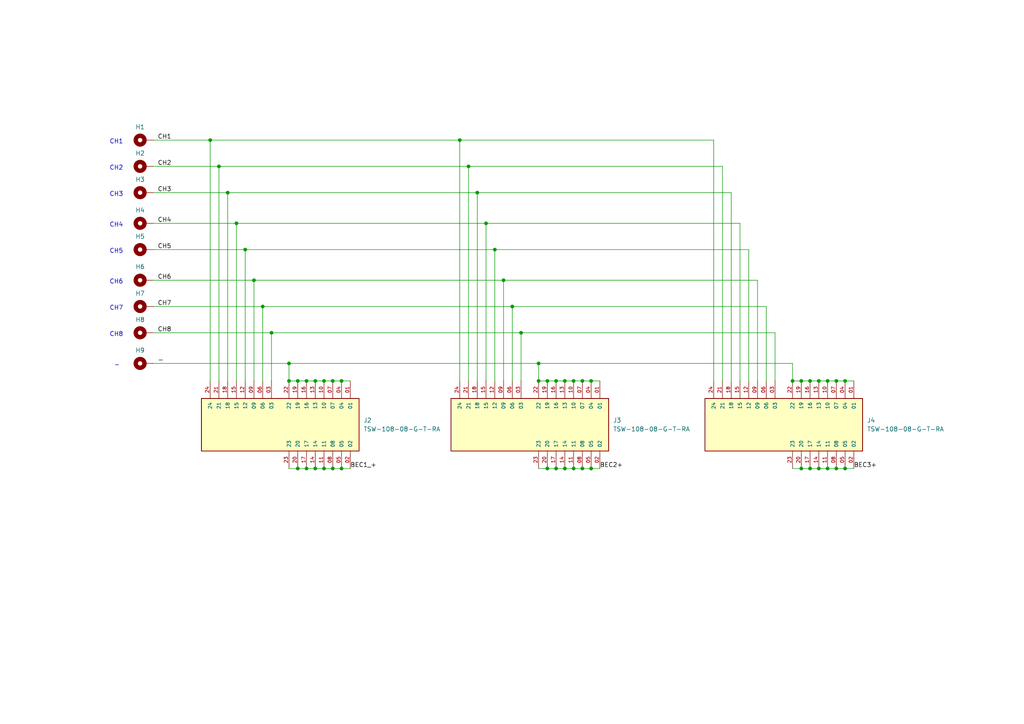
<source format=kicad_sch>
(kicad_sch (version 20230121) (generator eeschema)

  (uuid 621526e1-4128-406f-b4be-1cdf7288d2bd)

  (paper "A4")

  (lib_symbols
    (symbol "Mechanical:MountingHole_Pad" (pin_numbers hide) (pin_names (offset 1.016) hide) (in_bom yes) (on_board yes)
      (property "Reference" "H" (at 0 6.35 0)
        (effects (font (size 1.27 1.27)))
      )
      (property "Value" "MountingHole_Pad" (at 0 4.445 0)
        (effects (font (size 1.27 1.27)))
      )
      (property "Footprint" "" (at 0 0 0)
        (effects (font (size 1.27 1.27)) hide)
      )
      (property "Datasheet" "~" (at 0 0 0)
        (effects (font (size 1.27 1.27)) hide)
      )
      (property "ki_keywords" "mounting hole" (at 0 0 0)
        (effects (font (size 1.27 1.27)) hide)
      )
      (property "ki_description" "Mounting Hole with connection" (at 0 0 0)
        (effects (font (size 1.27 1.27)) hide)
      )
      (property "ki_fp_filters" "MountingHole*Pad*" (at 0 0 0)
        (effects (font (size 1.27 1.27)) hide)
      )
      (symbol "MountingHole_Pad_0_1"
        (circle (center 0 1.27) (radius 1.27)
          (stroke (width 1.27) (type default))
          (fill (type none))
        )
      )
      (symbol "MountingHole_Pad_1_1"
        (pin input line (at 0 -2.54 90) (length 2.54)
          (name "1" (effects (font (size 1.27 1.27))))
          (number "1" (effects (font (size 1.27 1.27))))
        )
      )
    )
    (symbol "TSW-108-08-G-T-RA:TSW-108-08-G-T-RA" (pin_names (offset 1.016)) (in_bom yes) (on_board yes)
      (property "Reference" "J" (at -8.12 22.86 0)
        (effects (font (size 1.27 1.27)) (justify left bottom))
      )
      (property "Value" "TSW-108-08-G-T-RA" (at -10.16 -25.4 0)
        (effects (font (size 1.27 1.27)) (justify left bottom))
      )
      (property "Footprint" "TSW-108-08-G-T-RA:SAMTEC_TSW-108-08-G-T-RA" (at 1.27 31.115 0)
        (effects (font (size 1.27 1.27)) (justify bottom) hide)
      )
      (property "Datasheet" "" (at 0 0 0)
        (effects (font (size 1.27 1.27)) hide)
      )
      (property "MF" "Samtec" (at 32.385 15.24 0)
        (effects (font (size 1.27 1.27)) (justify bottom) hide)
      )
      (property "Description" "\nConnector Header Through Hole, Right Angle 24 position 0.100 (2.54mm)\n" (at -2.54 44.45 0)
        (effects (font (size 1.27 1.27)) (justify bottom) hide)
      )
      (property "Package" "None" (at 33.02 10.795 0)
        (effects (font (size 1.27 1.27)) (justify bottom) hide)
      )
      (property "Price" "None" (at 29.21 -3.175 0)
        (effects (font (size 1.27 1.27)) (justify bottom) hide)
      )
      (property "Check_prices" "https://www.snapeda.com/parts/TSW-108-08-G-T-RA/Samtec/view-part/?ref=eda" (at -0.635 38.1 0)
        (effects (font (size 1.27 1.27)) (justify bottom) hide)
      )
      (property "STANDARD" "Manufacturer Recommendations" (at -1.905 28.575 0)
        (effects (font (size 1.27 1.27)) (justify bottom) hide)
      )
      (property "PARTREV" "R" (at 33.02 0 0)
        (effects (font (size 1.27 1.27)) (justify bottom) hide)
      )
      (property "SnapEDA_Link" "https://www.snapeda.com/parts/TSW-108-08-G-T-RA/Samtec/view-part/?ref=snap" (at -0.635 34.925 0)
        (effects (font (size 1.27 1.27)) (justify bottom) hide)
      )
      (property "MP" "TSW-108-08-G-T-RA" (at -1.905 26.035 0)
        (effects (font (size 1.27 1.27)) (justify bottom) hide)
      )
      (property "Purchase-URL" "https://www.snapeda.com/api/url_track_click_mouser/?unipart_id=822979&manufacturer=Samtec&part_name=TSW-108-08-G-T-RA&search_term=tsw-108-08-g-t-ra" (at 0.635 40.64 0)
        (effects (font (size 1.27 1.27)) (justify bottom) hide)
      )
      (property "Availability" "In Stock" (at 33.02 18.415 0)
        (effects (font (size 1.27 1.27)) (justify bottom) hide)
      )
      (property "MANUFACTURER" "Samtec" (at 0 -0.635 0)
        (effects (font (size 1.27 1.27)) (justify bottom) hide)
      )
      (symbol "TSW-108-08-G-T-RA_0_0"
        (rectangle (start -7.62 -22.86) (end 7.62 22.86)
          (stroke (width 0.254) (type default))
          (fill (type background))
        )
        (pin passive line (at -12.7 20.32 0) (length 5.08)
          (name "01" (effects (font (size 1.016 1.016))))
          (number "01" (effects (font (size 1.016 1.016))))
        )
        (pin passive line (at 12.7 20.32 180) (length 5.08)
          (name "02" (effects (font (size 1.016 1.016))))
          (number "02" (effects (font (size 1.016 1.016))))
        )
        (pin passive line (at -12.7 -2.54 0) (length 5.08)
          (name "03" (effects (font (size 1.016 1.016))))
          (number "03" (effects (font (size 1.016 1.016))))
        )
        (pin passive line (at -12.7 17.78 0) (length 5.08)
          (name "04" (effects (font (size 1.016 1.016))))
          (number "04" (effects (font (size 1.016 1.016))))
        )
        (pin passive line (at 12.7 17.78 180) (length 5.08)
          (name "05" (effects (font (size 1.016 1.016))))
          (number "05" (effects (font (size 1.016 1.016))))
        )
        (pin passive line (at -12.7 -5.08 0) (length 5.08)
          (name "06" (effects (font (size 1.016 1.016))))
          (number "06" (effects (font (size 1.016 1.016))))
        )
        (pin passive line (at -12.7 15.24 0) (length 5.08)
          (name "07" (effects (font (size 1.016 1.016))))
          (number "07" (effects (font (size 1.016 1.016))))
        )
        (pin passive line (at 12.7 15.24 180) (length 5.08)
          (name "08" (effects (font (size 1.016 1.016))))
          (number "08" (effects (font (size 1.016 1.016))))
        )
        (pin passive line (at -12.7 -7.62 0) (length 5.08)
          (name "09" (effects (font (size 1.016 1.016))))
          (number "09" (effects (font (size 1.016 1.016))))
        )
        (pin passive line (at -12.7 12.7 0) (length 5.08)
          (name "10" (effects (font (size 1.016 1.016))))
          (number "10" (effects (font (size 1.016 1.016))))
        )
        (pin passive line (at 12.7 12.7 180) (length 5.08)
          (name "11" (effects (font (size 1.016 1.016))))
          (number "11" (effects (font (size 1.016 1.016))))
        )
        (pin passive line (at -12.7 -10.16 0) (length 5.08)
          (name "12" (effects (font (size 1.016 1.016))))
          (number "12" (effects (font (size 1.016 1.016))))
        )
        (pin passive line (at -12.7 10.16 0) (length 5.08)
          (name "13" (effects (font (size 1.016 1.016))))
          (number "13" (effects (font (size 1.016 1.016))))
        )
        (pin passive line (at 12.7 10.16 180) (length 5.08)
          (name "14" (effects (font (size 1.016 1.016))))
          (number "14" (effects (font (size 1.016 1.016))))
        )
        (pin passive line (at -12.7 -12.7 0) (length 5.08)
          (name "15" (effects (font (size 1.016 1.016))))
          (number "15" (effects (font (size 1.016 1.016))))
        )
        (pin passive line (at -12.7 7.62 0) (length 5.08)
          (name "16" (effects (font (size 1.016 1.016))))
          (number "16" (effects (font (size 1.016 1.016))))
        )
        (pin passive line (at 12.7 7.62 180) (length 5.08)
          (name "17" (effects (font (size 1.016 1.016))))
          (number "17" (effects (font (size 1.016 1.016))))
        )
        (pin passive line (at -12.7 -15.24 0) (length 5.08)
          (name "18" (effects (font (size 1.016 1.016))))
          (number "18" (effects (font (size 1.016 1.016))))
        )
        (pin passive line (at -12.7 5.08 0) (length 5.08)
          (name "19" (effects (font (size 1.016 1.016))))
          (number "19" (effects (font (size 1.016 1.016))))
        )
        (pin passive line (at 12.7 5.08 180) (length 5.08)
          (name "20" (effects (font (size 1.016 1.016))))
          (number "20" (effects (font (size 1.016 1.016))))
        )
        (pin passive line (at -12.7 -17.78 0) (length 5.08)
          (name "21" (effects (font (size 1.016 1.016))))
          (number "21" (effects (font (size 1.016 1.016))))
        )
        (pin passive line (at -12.7 2.54 0) (length 5.08)
          (name "22" (effects (font (size 1.016 1.016))))
          (number "22" (effects (font (size 1.016 1.016))))
        )
        (pin passive line (at 12.7 2.54 180) (length 5.08)
          (name "23" (effects (font (size 1.016 1.016))))
          (number "23" (effects (font (size 1.016 1.016))))
        )
        (pin passive line (at -12.7 -20.32 0) (length 5.08)
          (name "24" (effects (font (size 1.016 1.016))))
          (number "24" (effects (font (size 1.016 1.016))))
        )
      )
    )
  )

  (junction (at 166.37 135.89) (diameter 0) (color 0 0 0 0)
    (uuid 006c10f6-77af-464a-a9e6-a6caed35dbbc)
  )
  (junction (at 171.45 135.89) (diameter 0) (color 0 0 0 0)
    (uuid 0650e99b-97c6-4182-9581-fb3ec6945c34)
  )
  (junction (at 135.89 48.26) (diameter 0) (color 0 0 0 0)
    (uuid 10a54106-aa04-4f0f-9999-8bcd7dff4bb8)
  )
  (junction (at 96.52 110.49) (diameter 0) (color 0 0 0 0)
    (uuid 137e62a9-cb0e-4b8e-9c24-d9b63ebc93f9)
  )
  (junction (at 83.82 110.49) (diameter 0) (color 0 0 0 0)
    (uuid 19d6dbfe-bf7d-4adf-a1e5-003bcba7228b)
  )
  (junction (at 83.82 105.41) (diameter 0) (color 0 0 0 0)
    (uuid 1baeaf11-9d48-4f2c-9e2b-c1f9f19627ac)
  )
  (junction (at 242.57 135.89) (diameter 0) (color 0 0 0 0)
    (uuid 1bb8bf79-d1bb-4622-a381-96d627602fa8)
  )
  (junction (at 232.41 110.49) (diameter 0) (color 0 0 0 0)
    (uuid 295b0f0c-7d13-4939-bc09-db8565974f28)
  )
  (junction (at 168.91 135.89) (diameter 0) (color 0 0 0 0)
    (uuid 2f4bb5c3-1efd-4832-bd9b-ffa36f322860)
  )
  (junction (at 240.03 110.49) (diameter 0) (color 0 0 0 0)
    (uuid 30e08e94-50a7-4680-beda-f5d51dd7d9e7)
  )
  (junction (at 91.44 135.89) (diameter 0) (color 0 0 0 0)
    (uuid 34890a99-8818-4327-bcc9-8dcb684d53a7)
  )
  (junction (at 143.51 72.39) (diameter 0) (color 0 0 0 0)
    (uuid 373b19c5-a53a-47ee-9532-7570db3d467b)
  )
  (junction (at 171.45 110.49) (diameter 0) (color 0 0 0 0)
    (uuid 3800e91d-41ac-4ba5-92ac-7fbe2b0687b4)
  )
  (junction (at 156.21 105.41) (diameter 0) (color 0 0 0 0)
    (uuid 388490c7-1359-4fe0-94be-9d31edd2d109)
  )
  (junction (at 99.06 110.49) (diameter 0) (color 0 0 0 0)
    (uuid 3c27fec0-1049-44aa-9d24-d4b39a9403a9)
  )
  (junction (at 88.9 135.89) (diameter 0) (color 0 0 0 0)
    (uuid 40366a2e-23cd-4e27-ad95-1ac151f64609)
  )
  (junction (at 156.21 110.49) (diameter 0) (color 0 0 0 0)
    (uuid 46cd2f15-9ef5-4edf-a7c1-3f667d2565a9)
  )
  (junction (at 99.06 135.89) (diameter 0) (color 0 0 0 0)
    (uuid 4729b94d-0eaf-4ec1-8156-85be2f32e853)
  )
  (junction (at 234.95 110.49) (diameter 0) (color 0 0 0 0)
    (uuid 47592071-a483-4add-901c-aeaed6dcae8c)
  )
  (junction (at 93.98 110.49) (diameter 0) (color 0 0 0 0)
    (uuid 574f0a3e-d51b-4bd8-9442-02868a3bfe32)
  )
  (junction (at 133.35 40.64) (diameter 0) (color 0 0 0 0)
    (uuid 5b5407d3-a8fb-4124-b70c-04508de11fe9)
  )
  (junction (at 86.36 110.49) (diameter 0) (color 0 0 0 0)
    (uuid 6d9c0bfd-eb1a-41d8-9b4c-693d94f9dff6)
  )
  (junction (at 86.36 135.89) (diameter 0) (color 0 0 0 0)
    (uuid 6df98e58-e97c-463b-8cf5-42230d90a8d7)
  )
  (junction (at 242.57 110.49) (diameter 0) (color 0 0 0 0)
    (uuid 6fb5f85e-c760-43fd-b057-6c4e741b3254)
  )
  (junction (at 158.75 135.89) (diameter 0) (color 0 0 0 0)
    (uuid 74f0465d-3170-47fc-bba3-b679c7fcfc57)
  )
  (junction (at 163.83 135.89) (diameter 0) (color 0 0 0 0)
    (uuid 75826dcb-aec7-43cb-9154-fa7e8c8f9050)
  )
  (junction (at 146.05 81.28) (diameter 0) (color 0 0 0 0)
    (uuid 778fdbce-c959-4415-a56b-c3e59919dff2)
  )
  (junction (at 91.44 110.49) (diameter 0) (color 0 0 0 0)
    (uuid 7a7d53f9-56c8-4f81-bea3-28ad3bd02ad0)
  )
  (junction (at 63.5 48.26) (diameter 0) (color 0 0 0 0)
    (uuid 7d61e4af-b77b-4a95-ae80-637c4f2cc4ca)
  )
  (junction (at 151.13 96.52) (diameter 0) (color 0 0 0 0)
    (uuid 7f093e8b-9b01-4348-8c94-8d5aa3ac6800)
  )
  (junction (at 237.49 110.49) (diameter 0) (color 0 0 0 0)
    (uuid 88956e57-3426-49be-a220-03ec4689aecf)
  )
  (junction (at 161.29 135.89) (diameter 0) (color 0 0 0 0)
    (uuid 96b2af20-bdf7-4096-b7bf-cd6ab23b4b67)
  )
  (junction (at 60.96 40.64) (diameter 0) (color 0 0 0 0)
    (uuid 9f6b3bdb-3db1-4d39-badd-7cc700b912f3)
  )
  (junction (at 166.37 110.49) (diameter 0) (color 0 0 0 0)
    (uuid a0d827fb-e7f6-4775-a253-2561b3aa297a)
  )
  (junction (at 161.29 110.49) (diameter 0) (color 0 0 0 0)
    (uuid a646b359-8433-4af4-b0a5-87383384bfc4)
  )
  (junction (at 88.9 110.49) (diameter 0) (color 0 0 0 0)
    (uuid a9a7e102-1e8d-4ac5-b4b2-2c8d5d9f4241)
  )
  (junction (at 245.11 135.89) (diameter 0) (color 0 0 0 0)
    (uuid a9c1670d-96ee-4b60-a003-85e2220358dd)
  )
  (junction (at 245.11 110.49) (diameter 0) (color 0 0 0 0)
    (uuid b0dd3d8b-0bb4-46d6-aab4-f02ac63fe7ec)
  )
  (junction (at 66.04 55.88) (diameter 0) (color 0 0 0 0)
    (uuid b1c7d511-2a5f-4db9-8088-5dafda64b4b1)
  )
  (junction (at 138.43 55.88) (diameter 0) (color 0 0 0 0)
    (uuid b224f3e7-5d70-4ce6-bedd-1c49b3579892)
  )
  (junction (at 229.87 110.49) (diameter 0) (color 0 0 0 0)
    (uuid b7bc3142-8b05-4c2f-97fb-99eef53be467)
  )
  (junction (at 68.58 64.77) (diameter 0) (color 0 0 0 0)
    (uuid b9e5dbe2-13cf-440f-8e75-8b432b1d6b78)
  )
  (junction (at 93.98 135.89) (diameter 0) (color 0 0 0 0)
    (uuid ba0d226e-fa51-4eed-b648-62b8a76e51d2)
  )
  (junction (at 168.91 110.49) (diameter 0) (color 0 0 0 0)
    (uuid c5397df9-1d97-4cca-9f92-4d75ada97f4a)
  )
  (junction (at 78.74 96.52) (diameter 0) (color 0 0 0 0)
    (uuid d1c233ad-19ab-420d-b1a4-81d883ad7150)
  )
  (junction (at 163.83 110.49) (diameter 0) (color 0 0 0 0)
    (uuid d82871d9-cab8-4f7f-9398-5ae4002ad6f3)
  )
  (junction (at 237.49 135.89) (diameter 0) (color 0 0 0 0)
    (uuid d8eab742-4006-4df0-af9e-5c874dca8c16)
  )
  (junction (at 148.59 88.9) (diameter 0) (color 0 0 0 0)
    (uuid dde03090-9da3-4f05-b159-036ef77fe61c)
  )
  (junction (at 232.41 135.89) (diameter 0) (color 0 0 0 0)
    (uuid e05a618d-a944-4585-ae91-4f1d7e850769)
  )
  (junction (at 73.66 81.28) (diameter 0) (color 0 0 0 0)
    (uuid e6419238-d6ac-477f-b0bb-a57739d9bde1)
  )
  (junction (at 158.75 110.49) (diameter 0) (color 0 0 0 0)
    (uuid ee6aca41-8f45-46d7-b970-f8032d2b46e3)
  )
  (junction (at 76.2 88.9) (diameter 0) (color 0 0 0 0)
    (uuid f42dee60-05ac-4809-90c1-54cdebf07fc1)
  )
  (junction (at 140.97 64.77) (diameter 0) (color 0 0 0 0)
    (uuid f60e5b28-bdad-4241-a375-6d92a1c3c230)
  )
  (junction (at 240.03 135.89) (diameter 0) (color 0 0 0 0)
    (uuid f6b473ac-1aaf-432a-b087-4c4ec7968415)
  )
  (junction (at 71.12 72.39) (diameter 0) (color 0 0 0 0)
    (uuid f8f75659-27c8-474e-8b9a-d7204898d834)
  )
  (junction (at 234.95 135.89) (diameter 0) (color 0 0 0 0)
    (uuid fd1c7e52-56ed-46cc-942f-a0d0603618bf)
  )
  (junction (at 96.52 135.89) (diameter 0) (color 0 0 0 0)
    (uuid fe409a5e-a015-4fc7-926a-696fd34261c7)
  )

  (wire (pts (xy 232.41 135.89) (xy 234.95 135.89))
    (stroke (width 0) (type default))
    (uuid 00ae9ca6-f528-4ad0-a8b2-f97471ff19db)
  )
  (wire (pts (xy 163.83 110.49) (xy 166.37 110.49))
    (stroke (width 0) (type default))
    (uuid 016c54a4-6ab3-4426-a420-ee8628b8bbe5)
  )
  (wire (pts (xy 44.45 81.28) (xy 73.66 81.28))
    (stroke (width 0) (type default))
    (uuid 09d782bd-564e-4642-a605-8be0c4cc3382)
  )
  (wire (pts (xy 68.58 64.77) (xy 140.97 64.77))
    (stroke (width 0) (type default))
    (uuid 0a5d0fec-5389-43de-bc42-34cfe82936f5)
  )
  (wire (pts (xy 207.01 40.64) (xy 133.35 40.64))
    (stroke (width 0) (type default))
    (uuid 0b859062-031e-4371-a5c3-e7bd10f5b955)
  )
  (wire (pts (xy 44.45 72.39) (xy 71.12 72.39))
    (stroke (width 0) (type default))
    (uuid 0c91b697-03af-4f0c-867c-e718870e880d)
  )
  (wire (pts (xy 140.97 64.77) (xy 140.97 110.49))
    (stroke (width 0) (type default))
    (uuid 123cc0ec-5fc9-4f65-97fe-6da0eece191e)
  )
  (wire (pts (xy 168.91 110.49) (xy 171.45 110.49))
    (stroke (width 0) (type default))
    (uuid 132b1c85-fc45-4fd9-a68a-13df460c52d3)
  )
  (wire (pts (xy 146.05 81.28) (xy 219.71 81.28))
    (stroke (width 0) (type default))
    (uuid 13c0b052-869e-4d74-9028-511ad9b06656)
  )
  (wire (pts (xy 96.52 110.49) (xy 99.06 110.49))
    (stroke (width 0) (type default))
    (uuid 1696a677-1e3b-409e-abfd-ac123a0dec03)
  )
  (wire (pts (xy 63.5 48.26) (xy 135.89 48.26))
    (stroke (width 0) (type default))
    (uuid 17112e6f-457d-48c2-90e9-29b60dae1fd4)
  )
  (wire (pts (xy 156.21 135.89) (xy 158.75 135.89))
    (stroke (width 0) (type default))
    (uuid 1cea73db-0553-479f-a4f7-be8f399a65f2)
  )
  (wire (pts (xy 91.44 110.49) (xy 93.98 110.49))
    (stroke (width 0) (type default))
    (uuid 1deae3c4-6486-4975-a01c-73a5ae164b0b)
  )
  (wire (pts (xy 161.29 110.49) (xy 163.83 110.49))
    (stroke (width 0) (type default))
    (uuid 202a0bd6-d81d-49ea-b063-dcc5fa1fadc5)
  )
  (wire (pts (xy 156.21 110.49) (xy 158.75 110.49))
    (stroke (width 0) (type default))
    (uuid 20f3ad78-ec31-473a-94e7-bd925d24a822)
  )
  (wire (pts (xy 143.51 72.39) (xy 143.51 110.49))
    (stroke (width 0) (type default))
    (uuid 249e51ab-d85a-4d81-b223-7bfdc8f23aa7)
  )
  (wire (pts (xy 140.97 64.77) (xy 214.63 64.77))
    (stroke (width 0) (type default))
    (uuid 2761f9e3-7652-4f9e-8ed8-c7af4004474d)
  )
  (wire (pts (xy 76.2 88.9) (xy 148.59 88.9))
    (stroke (width 0) (type default))
    (uuid 29ae6d16-de87-40cf-8ecc-df8acdf7e322)
  )
  (wire (pts (xy 133.35 40.64) (xy 133.35 110.49))
    (stroke (width 0) (type default))
    (uuid 2fb65196-0bdb-42f0-819e-9c4dbbb3e34d)
  )
  (wire (pts (xy 88.9 110.49) (xy 91.44 110.49))
    (stroke (width 0) (type default))
    (uuid 3061d808-e753-4034-8293-86909f0a25bd)
  )
  (wire (pts (xy 63.5 48.26) (xy 63.5 110.49))
    (stroke (width 0) (type default))
    (uuid 32f214cf-a561-4bf6-9a18-1ddd8837fa97)
  )
  (wire (pts (xy 166.37 110.49) (xy 168.91 110.49))
    (stroke (width 0) (type default))
    (uuid 33c6ef30-ebcc-47ee-9239-6a04ebf7a55f)
  )
  (wire (pts (xy 86.36 110.49) (xy 88.9 110.49))
    (stroke (width 0) (type default))
    (uuid 349e2638-b592-4873-9b15-740822ccd874)
  )
  (wire (pts (xy 240.03 110.49) (xy 242.57 110.49))
    (stroke (width 0) (type default))
    (uuid 34cdfd43-e61e-400e-a712-bd544ed868fc)
  )
  (wire (pts (xy 158.75 135.89) (xy 161.29 135.89))
    (stroke (width 0) (type default))
    (uuid 368b3c17-d2c2-4587-a3cf-824b201d79a2)
  )
  (wire (pts (xy 219.71 81.28) (xy 219.71 110.49))
    (stroke (width 0) (type default))
    (uuid 3a355dbb-f8ab-4039-85bf-18f41d2708fc)
  )
  (wire (pts (xy 148.59 88.9) (xy 222.25 88.9))
    (stroke (width 0) (type default))
    (uuid 44883081-5499-4ab5-b783-6152545c0cf1)
  )
  (wire (pts (xy 237.49 135.89) (xy 240.03 135.89))
    (stroke (width 0) (type default))
    (uuid 483c505d-0ba4-44a2-89e2-3c72de19c4a8)
  )
  (wire (pts (xy 138.43 55.88) (xy 212.09 55.88))
    (stroke (width 0) (type default))
    (uuid 48fa1322-ab1d-4ce2-bc38-f51b3163a16c)
  )
  (wire (pts (xy 78.74 96.52) (xy 78.74 110.49))
    (stroke (width 0) (type default))
    (uuid 4934a7a5-da79-4431-8db0-23317300713c)
  )
  (wire (pts (xy 234.95 110.49) (xy 237.49 110.49))
    (stroke (width 0) (type default))
    (uuid 4b061880-245f-4e60-b605-e51baa320bf4)
  )
  (wire (pts (xy 68.58 64.77) (xy 68.58 110.49))
    (stroke (width 0) (type default))
    (uuid 4c19f896-6b93-4e57-8dc9-856c930dee15)
  )
  (wire (pts (xy 99.06 110.49) (xy 101.6 110.49))
    (stroke (width 0) (type default))
    (uuid 4d965700-802f-4fc3-b294-0a7f7d137f02)
  )
  (wire (pts (xy 76.2 88.9) (xy 76.2 110.49))
    (stroke (width 0) (type default))
    (uuid 4e3e15b6-e544-4d81-970f-f40cd6f2c77d)
  )
  (wire (pts (xy 91.44 135.89) (xy 93.98 135.89))
    (stroke (width 0) (type default))
    (uuid 4f7613d0-ff98-4db0-be18-056b42dc5297)
  )
  (wire (pts (xy 229.87 105.41) (xy 229.87 110.49))
    (stroke (width 0) (type default))
    (uuid 50ad20f6-2f22-4d27-b53c-10457386f71f)
  )
  (wire (pts (xy 209.55 48.26) (xy 209.55 110.49))
    (stroke (width 0) (type default))
    (uuid 522ee1a2-0f9d-40b5-afdf-fee9044b7f8b)
  )
  (wire (pts (xy 135.89 48.26) (xy 209.55 48.26))
    (stroke (width 0) (type default))
    (uuid 561cd535-bb7c-484a-ae1a-c37634ec13ac)
  )
  (wire (pts (xy 143.51 72.39) (xy 217.17 72.39))
    (stroke (width 0) (type default))
    (uuid 5af7e00d-9486-4272-a733-4e0e53fad315)
  )
  (wire (pts (xy 242.57 110.49) (xy 245.11 110.49))
    (stroke (width 0) (type default))
    (uuid 5cf8f524-a583-4a5d-a7ca-5a566a26d03e)
  )
  (wire (pts (xy 161.29 135.89) (xy 163.83 135.89))
    (stroke (width 0) (type default))
    (uuid 5d142bbf-6275-47e6-aadd-f4fcf0e66fd6)
  )
  (wire (pts (xy 99.06 135.89) (xy 101.6 135.89))
    (stroke (width 0) (type default))
    (uuid 6d5e513a-f773-418f-aa63-a81beb0ca90d)
  )
  (wire (pts (xy 151.13 96.52) (xy 224.79 96.52))
    (stroke (width 0) (type default))
    (uuid 6e84ac18-e0a6-4983-acac-7cb9ebf68276)
  )
  (wire (pts (xy 229.87 135.89) (xy 232.41 135.89))
    (stroke (width 0) (type default))
    (uuid 71f65583-8f0d-4e18-92b1-5cf1f51af792)
  )
  (wire (pts (xy 245.11 135.89) (xy 247.65 135.89))
    (stroke (width 0) (type default))
    (uuid 79cdf9b8-903a-4ef3-9517-8540c85323ad)
  )
  (wire (pts (xy 83.82 105.41) (xy 83.82 110.49))
    (stroke (width 0) (type default))
    (uuid 7cdbf764-4937-4a89-9e61-217d80866f41)
  )
  (wire (pts (xy 73.66 81.28) (xy 73.66 110.49))
    (stroke (width 0) (type default))
    (uuid 869c8025-d34a-4c00-8cfc-60d1c31be61f)
  )
  (wire (pts (xy 224.79 96.52) (xy 224.79 110.49))
    (stroke (width 0) (type default))
    (uuid 88c952dc-6434-4250-9957-77c3cc43a87b)
  )
  (wire (pts (xy 138.43 55.88) (xy 138.43 110.49))
    (stroke (width 0) (type default))
    (uuid 8a35609a-79e4-42d1-9421-ab913a07d370)
  )
  (wire (pts (xy 133.35 40.64) (xy 60.96 40.64))
    (stroke (width 0) (type default))
    (uuid 8bc13a63-6b76-43a0-aad8-6a5426972677)
  )
  (wire (pts (xy 96.52 135.89) (xy 99.06 135.89))
    (stroke (width 0) (type default))
    (uuid 90a1274a-685c-4892-92a7-71fbbe3c8cbe)
  )
  (wire (pts (xy 73.66 81.28) (xy 146.05 81.28))
    (stroke (width 0) (type default))
    (uuid 91be6412-f288-43d9-a2cf-6529e7431801)
  )
  (wire (pts (xy 44.45 48.26) (xy 63.5 48.26))
    (stroke (width 0) (type default))
    (uuid 92a196e6-8881-4aec-8404-dd77b762fb69)
  )
  (wire (pts (xy 232.41 110.49) (xy 234.95 110.49))
    (stroke (width 0) (type default))
    (uuid 9347f025-f5f1-4682-b138-5ba8553f4eeb)
  )
  (wire (pts (xy 158.75 110.49) (xy 161.29 110.49))
    (stroke (width 0) (type default))
    (uuid 960b9696-2604-487a-bd81-f7a82eb343d5)
  )
  (wire (pts (xy 166.37 135.89) (xy 168.91 135.89))
    (stroke (width 0) (type default))
    (uuid 984be81d-be6d-4c6a-ba80-2cfc02add559)
  )
  (wire (pts (xy 146.05 81.28) (xy 146.05 110.49))
    (stroke (width 0) (type default))
    (uuid 9a4f699d-6f3b-4910-bdbb-27c4350e5c0d)
  )
  (wire (pts (xy 88.9 135.89) (xy 91.44 135.89))
    (stroke (width 0) (type default))
    (uuid 9bb7fa87-0067-4ea0-8bd3-a3a79c95164f)
  )
  (wire (pts (xy 229.87 110.49) (xy 232.41 110.49))
    (stroke (width 0) (type default))
    (uuid a09cc87b-819c-4b69-b756-3debe65a606a)
  )
  (wire (pts (xy 66.04 55.88) (xy 66.04 110.49))
    (stroke (width 0) (type default))
    (uuid a1a1addc-0806-41b8-ab61-be9374e70a48)
  )
  (wire (pts (xy 44.45 88.9) (xy 76.2 88.9))
    (stroke (width 0) (type default))
    (uuid a2d7bd97-544d-4475-81d8-e215a6aa62ef)
  )
  (wire (pts (xy 171.45 110.49) (xy 173.99 110.49))
    (stroke (width 0) (type default))
    (uuid a470327c-bd0e-4da2-bc70-9cfbdfb3545c)
  )
  (wire (pts (xy 93.98 135.89) (xy 96.52 135.89))
    (stroke (width 0) (type default))
    (uuid a6ad341d-dd00-4767-8473-df5849456056)
  )
  (wire (pts (xy 83.82 135.89) (xy 86.36 135.89))
    (stroke (width 0) (type default))
    (uuid a915cdae-dfd1-4545-8522-6a29efbedcaa)
  )
  (wire (pts (xy 245.11 110.49) (xy 247.65 110.49))
    (stroke (width 0) (type default))
    (uuid aa1d1740-e66b-4218-ac2d-779893a6470e)
  )
  (wire (pts (xy 60.96 40.64) (xy 44.45 40.64))
    (stroke (width 0) (type default))
    (uuid afc0fe41-b073-44e3-b742-e60ff9813f1f)
  )
  (wire (pts (xy 83.82 110.49) (xy 86.36 110.49))
    (stroke (width 0) (type default))
    (uuid b072ad69-ba01-400f-9076-1232989456d0)
  )
  (wire (pts (xy 135.89 48.26) (xy 135.89 110.49))
    (stroke (width 0) (type default))
    (uuid b217f957-660d-4bee-ab08-f23d54cc70bd)
  )
  (wire (pts (xy 44.45 96.52) (xy 78.74 96.52))
    (stroke (width 0) (type default))
    (uuid b34d522f-ae74-4bae-b151-a217c6873d23)
  )
  (wire (pts (xy 60.96 40.64) (xy 60.96 110.49))
    (stroke (width 0) (type default))
    (uuid b3f1f12f-a680-458c-8c54-7e4528ea9044)
  )
  (wire (pts (xy 214.63 64.77) (xy 214.63 110.49))
    (stroke (width 0) (type default))
    (uuid b4353582-076c-4511-a8b6-7406ce0faede)
  )
  (wire (pts (xy 151.13 96.52) (xy 151.13 110.49))
    (stroke (width 0) (type default))
    (uuid b4c1936f-ddd9-4d03-b35d-5f6011ad7b9d)
  )
  (wire (pts (xy 207.01 110.49) (xy 207.01 40.64))
    (stroke (width 0) (type default))
    (uuid b4dfdb4c-7fd8-44ea-a931-7fb5ec96d1e1)
  )
  (wire (pts (xy 156.21 105.41) (xy 156.21 110.49))
    (stroke (width 0) (type default))
    (uuid b824990d-d47c-4100-80f6-9c44619e14c1)
  )
  (wire (pts (xy 44.45 105.41) (xy 83.82 105.41))
    (stroke (width 0) (type default))
    (uuid b9b0b068-f510-4576-8148-539a02095de0)
  )
  (wire (pts (xy 78.74 96.52) (xy 151.13 96.52))
    (stroke (width 0) (type default))
    (uuid bde2aeb9-3dfe-457d-b02a-8db818a46750)
  )
  (wire (pts (xy 66.04 55.88) (xy 138.43 55.88))
    (stroke (width 0) (type default))
    (uuid bde7c375-6a4b-4761-b88b-908efca635df)
  )
  (wire (pts (xy 168.91 135.89) (xy 171.45 135.89))
    (stroke (width 0) (type default))
    (uuid c2ea1d9d-e35b-4816-8476-c432262b3804)
  )
  (wire (pts (xy 217.17 72.39) (xy 217.17 110.49))
    (stroke (width 0) (type default))
    (uuid c54fa790-c082-4160-933e-f7c14c945509)
  )
  (wire (pts (xy 163.83 135.89) (xy 166.37 135.89))
    (stroke (width 0) (type default))
    (uuid c7d359d3-8333-4ae0-8f85-c5a8784f9db8)
  )
  (wire (pts (xy 237.49 110.49) (xy 240.03 110.49))
    (stroke (width 0) (type default))
    (uuid c8eddc49-ea11-4ad7-a8c6-75f8485398ba)
  )
  (wire (pts (xy 44.45 64.77) (xy 68.58 64.77))
    (stroke (width 0) (type default))
    (uuid d69f8755-4248-4d04-a10f-664175d77ae1)
  )
  (wire (pts (xy 71.12 72.39) (xy 71.12 110.49))
    (stroke (width 0) (type default))
    (uuid d82f1bf5-641e-4142-afaa-8c4fb04f2655)
  )
  (wire (pts (xy 71.12 72.39) (xy 143.51 72.39))
    (stroke (width 0) (type default))
    (uuid da3d0cde-d3b8-49c2-80b9-ad7fff9a1bed)
  )
  (wire (pts (xy 156.21 105.41) (xy 229.87 105.41))
    (stroke (width 0) (type default))
    (uuid dad768a1-7059-4817-9de2-2b4528fbe712)
  )
  (wire (pts (xy 234.95 135.89) (xy 237.49 135.89))
    (stroke (width 0) (type default))
    (uuid e07eced1-c0f0-41b5-bf8b-ef169d19b5fb)
  )
  (wire (pts (xy 86.36 135.89) (xy 88.9 135.89))
    (stroke (width 0) (type default))
    (uuid e1d7f2f8-650c-4809-966b-921f13c1d032)
  )
  (wire (pts (xy 242.57 135.89) (xy 245.11 135.89))
    (stroke (width 0) (type default))
    (uuid e2abed9c-bc9c-4404-bc81-a50c64bc45f5)
  )
  (wire (pts (xy 222.25 88.9) (xy 222.25 110.49))
    (stroke (width 0) (type default))
    (uuid e59e09c9-c597-451f-ad4b-da5f0013669c)
  )
  (wire (pts (xy 44.45 55.88) (xy 66.04 55.88))
    (stroke (width 0) (type default))
    (uuid e9227aa3-31f9-433e-ba7c-58a3fb1a41e4)
  )
  (wire (pts (xy 83.82 105.41) (xy 156.21 105.41))
    (stroke (width 0) (type default))
    (uuid f2715350-549b-4baa-915c-7d89b1fbe435)
  )
  (wire (pts (xy 148.59 88.9) (xy 148.59 110.49))
    (stroke (width 0) (type default))
    (uuid faad9c96-a343-4414-8199-eff199de1d7c)
  )
  (wire (pts (xy 93.98 110.49) (xy 96.52 110.49))
    (stroke (width 0) (type default))
    (uuid fdc70b4d-cc45-4d1b-9501-0751e5a6a46f)
  )
  (wire (pts (xy 171.45 135.89) (xy 173.99 135.89))
    (stroke (width 0) (type default))
    (uuid fe6713b1-3492-43e7-b569-81e803ddc27d)
  )
  (wire (pts (xy 240.03 135.89) (xy 242.57 135.89))
    (stroke (width 0) (type default))
    (uuid ff81f067-7573-431d-a93f-46d74c1beb0e)
  )
  (wire (pts (xy 212.09 55.88) (xy 212.09 110.49))
    (stroke (width 0) (type default))
    (uuid fff472a5-af9a-4f4b-9a83-173c12d1e0a6)
  )

  (text "CH1" (at 31.75 41.91 0)
    (effects (font (size 1.27 1.27)) (justify left bottom))
    (uuid 079cd618-a5da-4762-884a-28a5bcc00654)
  )
  (text "CH7\n" (at 31.75 90.17 0)
    (effects (font (size 1.27 1.27)) (justify left bottom))
    (uuid 30a61a04-c72e-4088-9af6-144a4f9034d7)
  )
  (text "CH4\n" (at 31.75 66.04 0)
    (effects (font (size 1.27 1.27)) (justify left bottom))
    (uuid 4f1cd523-965f-45ae-8eb0-2027dcee64a7)
  )
  (text "CH2\n" (at 31.75 49.53 0)
    (effects (font (size 1.27 1.27)) (justify left bottom))
    (uuid 64922bf7-c841-4355-8754-e2c844f6a059)
  )
  (text "CH3\n" (at 31.75 57.15 0)
    (effects (font (size 1.27 1.27)) (justify left bottom))
    (uuid 700fd87a-5a14-4878-bf92-af075609d04e)
  )
  (text "-\n" (at 33.02 106.68 0)
    (effects (font (size 1.27 1.27)) (justify left bottom))
    (uuid 774d1594-8970-4757-add2-f502680895c4)
  )
  (text "CH8" (at 31.75 97.79 0)
    (effects (font (size 1.27 1.27)) (justify left bottom))
    (uuid 7aa8704b-872e-4e27-bf66-829a23f37bac)
  )
  (text "CH6\n" (at 31.75 82.55 0)
    (effects (font (size 1.27 1.27)) (justify left bottom))
    (uuid dfb8f804-70f8-48d3-9e42-0d12512cf731)
  )
  (text "CH5" (at 31.75 73.66 0)
    (effects (font (size 1.27 1.27)) (justify left bottom))
    (uuid eaf1acee-6b39-40e6-b86f-434ada69051f)
  )

  (label "CH3" (at 45.72 55.88 0) (fields_autoplaced)
    (effects (font (size 1.27 1.27)) (justify left bottom))
    (uuid 0d818a7e-337e-4c01-9d45-8439f3c3a520)
  )
  (label "CH8" (at 45.72 96.52 0) (fields_autoplaced)
    (effects (font (size 1.27 1.27)) (justify left bottom))
    (uuid 262c5496-69ea-4e53-9a4e-6b93803d94ad)
  )
  (label "CH6" (at 45.72 81.28 0) (fields_autoplaced)
    (effects (font (size 1.27 1.27)) (justify left bottom))
    (uuid 50ea5740-6968-4eb2-b4b9-32d715f7d088)
  )
  (label "CH7" (at 45.72 88.9 0) (fields_autoplaced)
    (effects (font (size 1.27 1.27)) (justify left bottom))
    (uuid 5cf23110-8bc8-4110-b38e-eb2390b66e67)
  )
  (label "CH1" (at 45.72 40.64 0) (fields_autoplaced)
    (effects (font (size 1.27 1.27)) (justify left bottom))
    (uuid 8e48a798-3e0f-424e-a11c-55b618910d00)
  )
  (label "CH4" (at 45.72 64.77 0) (fields_autoplaced)
    (effects (font (size 1.27 1.27)) (justify left bottom))
    (uuid a69f9dd6-c324-46ab-ab42-1bffbf0bff05)
  )
  (label "BEC3+" (at 247.65 135.89 0) (fields_autoplaced)
    (effects (font (size 1.27 1.27)) (justify left bottom))
    (uuid afc64fb8-be78-400d-bc64-de1c8f411de7)
  )
  (label "BEC2+" (at 173.99 135.89 0) (fields_autoplaced)
    (effects (font (size 1.27 1.27)) (justify left bottom))
    (uuid bd80dd57-1f6d-4922-9af0-6bc5bb060d12)
  )
  (label "BEC1_+" (at 101.6 135.89 0) (fields_autoplaced)
    (effects (font (size 1.27 1.27)) (justify left bottom))
    (uuid c0282947-8959-451b-98aa-bac17be677a6)
  )
  (label "CH2" (at 45.72 48.26 0) (fields_autoplaced)
    (effects (font (size 1.27 1.27)) (justify left bottom))
    (uuid dca8e68b-6234-41ab-88df-8b44eb613e3c)
  )
  (label "-" (at 45.72 105.41 0) (fields_autoplaced)
    (effects (font (size 1.27 1.27)) (justify left bottom))
    (uuid fbeeeef7-5ae8-4055-a022-13a65e6add05)
  )
  (label "CH5" (at 45.72 72.39 0) (fields_autoplaced)
    (effects (font (size 1.27 1.27)) (justify left bottom))
    (uuid fe457c9d-3d91-4263-88c2-9b92a3088fe5)
  )

  (symbol (lib_id "Mechanical:MountingHole_Pad") (at 41.91 64.77 90) (unit 1)
    (in_bom yes) (on_board yes) (dnp no)
    (uuid 0c72789c-a7e4-4a2d-8fbd-fe3060afd95f)
    (property "Reference" "H4" (at 40.64 60.96 90)
      (effects (font (size 1.27 1.27)))
    )
    (property "Value" "MountingHole_Pad" (at 40.64 60.96 90)
      (effects (font (size 1.27 1.27)) hide)
    )
    (property "Footprint" "MountingHole:MountingHole_2.2mm_M2_DIN965_Pad_TopBottom" (at 41.91 64.77 0)
      (effects (font (size 1.27 1.27)) hide)
    )
    (property "Datasheet" "~" (at 41.91 64.77 0)
      (effects (font (size 1.27 1.27)) hide)
    )
    (pin "1" (uuid 25a4904e-ef5a-4c9c-b72b-12d5b1fc3b0e))
    (instances
      (project "TRIDENT_PWM_HUB"
        (path "/621526e1-4128-406f-b4be-1cdf7288d2bd"
          (reference "H4") (unit 1)
        )
      )
    )
  )

  (symbol (lib_id "TSW-108-08-G-T-RA:TSW-108-08-G-T-RA") (at 81.28 123.19 270) (unit 1)
    (in_bom yes) (on_board yes) (dnp no) (fields_autoplaced)
    (uuid 1426bda9-33b8-47f0-a085-83f176a2d432)
    (property "Reference" "J2" (at 105.41 121.92 90)
      (effects (font (size 1.27 1.27)) (justify left))
    )
    (property "Value" "TSW-108-08-G-T-RA" (at 105.41 124.46 90)
      (effects (font (size 1.27 1.27)) (justify left))
    )
    (property "Footprint" "3rd Party Footprints:SAMTEC_TSW-108-08-G-T-RA" (at 112.395 124.46 0)
      (effects (font (size 1.27 1.27)) (justify bottom) hide)
    )
    (property "Datasheet" "" (at 81.28 123.19 0)
      (effects (font (size 1.27 1.27)) hide)
    )
    (property "MF" "Samtec" (at 96.52 155.575 0)
      (effects (font (size 1.27 1.27)) (justify bottom) hide)
    )
    (property "Description" "\nConnector Header Through Hole, Right Angle 24 position 0.100 (2.54mm)\n" (at 125.73 120.65 0)
      (effects (font (size 1.27 1.27)) (justify bottom) hide)
    )
    (property "Package" "None" (at 92.075 156.21 0)
      (effects (font (size 1.27 1.27)) (justify bottom) hide)
    )
    (property "Price" "None" (at 78.105 152.4 0)
      (effects (font (size 1.27 1.27)) (justify bottom) hide)
    )
    (property "Check_prices" "https://www.snapeda.com/parts/TSW-108-08-G-T-RA/Samtec/view-part/?ref=eda" (at 119.38 122.555 0)
      (effects (font (size 1.27 1.27)) (justify bottom) hide)
    )
    (property "STANDARD" "Manufacturer Recommendations" (at 109.855 121.285 0)
      (effects (font (size 1.27 1.27)) (justify bottom) hide)
    )
    (property "PARTREV" "R" (at 81.28 156.21 0)
      (effects (font (size 1.27 1.27)) (justify bottom) hide)
    )
    (property "SnapEDA_Link" "https://www.snapeda.com/parts/TSW-108-08-G-T-RA/Samtec/view-part/?ref=snap" (at 116.205 122.555 0)
      (effects (font (size 1.27 1.27)) (justify bottom) hide)
    )
    (property "MP" "TSW-108-08-G-T-RA" (at 107.315 121.285 0)
      (effects (font (size 1.27 1.27)) (justify bottom) hide)
    )
    (property "Purchase-URL" "https://www.snapeda.com/api/url_track_click_mouser/?unipart_id=822979&manufacturer=Samtec&part_name=TSW-108-08-G-T-RA&search_term=tsw-108-08-g-t-ra" (at 121.92 123.825 0)
      (effects (font (size 1.27 1.27)) (justify bottom) hide)
    )
    (property "Availability" "In Stock" (at 99.695 156.21 0)
      (effects (font (size 1.27 1.27)) (justify bottom) hide)
    )
    (property "MANUFACTURER" "Samtec" (at 80.645 123.19 0)
      (effects (font (size 1.27 1.27)) (justify bottom) hide)
    )
    (pin "01" (uuid a977ec4d-6742-451a-9c8a-cb0eeb4fdbc8))
    (pin "02" (uuid ea649f8d-9e83-4266-bebb-5fd7a674db92))
    (pin "03" (uuid 545577b9-496b-4a4e-8f73-7e18268fd8e3))
    (pin "04" (uuid 67d962ef-7274-493c-ad29-bb56f15b79a5))
    (pin "05" (uuid 4503102f-13a5-4dcf-8def-7d5bd03c14da))
    (pin "06" (uuid 7123aef5-7f4e-4ce3-8564-dc7b76e419db))
    (pin "07" (uuid b1bdc20f-2b4f-4422-b638-60695cfccd2a))
    (pin "08" (uuid dabb29cd-d980-400d-ac07-251bd1b1e3d5))
    (pin "09" (uuid 1342cf56-de0b-4320-ab5a-8f88881fd386))
    (pin "10" (uuid 0a8e64fb-e212-4f20-bf89-235e74a972ae))
    (pin "11" (uuid d18ff3d2-66e2-4213-aef9-d016bd8cfa76))
    (pin "12" (uuid ff50ae99-ce8d-4499-b2e1-79fe4de2e99f))
    (pin "13" (uuid 91390b1e-a4ff-4421-a18d-fc81c6203ce3))
    (pin "14" (uuid f0e41745-c0c4-47a5-a6a1-237ad189b4db))
    (pin "15" (uuid 5db4d836-b1c2-4a71-9bcc-17f398e91a4a))
    (pin "16" (uuid 5f49203e-acd3-4ff9-bd1c-5b421fa3b87e))
    (pin "17" (uuid 2746bbc4-a623-463c-98ea-0b239faab5f5))
    (pin "18" (uuid 5a6bb25e-d5b6-4982-b782-f4b77097ff88))
    (pin "19" (uuid c944baae-f160-4240-b6cd-53bf79662e78))
    (pin "20" (uuid b63dfcca-a039-4e80-814a-c5f9d2d56851))
    (pin "21" (uuid 88017a5c-3140-4c3f-89e8-8872dd7def1f))
    (pin "22" (uuid 51488a92-0423-46b9-b97f-98e3bc43d0d7))
    (pin "23" (uuid f17ff214-0471-4b1c-8ea3-a99367004fde))
    (pin "24" (uuid 06b081d0-6261-4cc9-ac25-95ddebdc58ab))
    (instances
      (project "TRIDENT_PWM_HUB"
        (path "/621526e1-4128-406f-b4be-1cdf7288d2bd"
          (reference "J2") (unit 1)
        )
      )
    )
  )

  (symbol (lib_id "Mechanical:MountingHole_Pad") (at 41.91 48.26 90) (unit 1)
    (in_bom yes) (on_board yes) (dnp no)
    (uuid 23a5cb18-66fe-4f3d-b049-fe80c03f586f)
    (property "Reference" "H2" (at 40.64 44.45 90)
      (effects (font (size 1.27 1.27)))
    )
    (property "Value" "MountingHole_Pad" (at 40.64 44.45 90)
      (effects (font (size 1.27 1.27)) hide)
    )
    (property "Footprint" "MountingHole:MountingHole_2.2mm_M2_DIN965_Pad_TopBottom" (at 41.91 48.26 0)
      (effects (font (size 1.27 1.27)) hide)
    )
    (property "Datasheet" "~" (at 41.91 48.26 0)
      (effects (font (size 1.27 1.27)) hide)
    )
    (pin "1" (uuid f04f29e2-65dc-4b97-9955-0881b37a58fa))
    (instances
      (project "TRIDENT_PWM_HUB"
        (path "/621526e1-4128-406f-b4be-1cdf7288d2bd"
          (reference "H2") (unit 1)
        )
      )
    )
  )

  (symbol (lib_id "Mechanical:MountingHole_Pad") (at 41.91 72.39 90) (unit 1)
    (in_bom yes) (on_board yes) (dnp no)
    (uuid 4afcfffc-8586-4788-9a19-82452bb23034)
    (property "Reference" "H5" (at 40.64 68.58 90)
      (effects (font (size 1.27 1.27)))
    )
    (property "Value" "MountingHole_Pad" (at 40.64 68.58 90)
      (effects (font (size 1.27 1.27)) hide)
    )
    (property "Footprint" "MountingHole:MountingHole_2.2mm_M2_DIN965_Pad_TopBottom" (at 41.91 72.39 0)
      (effects (font (size 1.27 1.27)) hide)
    )
    (property "Datasheet" "~" (at 41.91 72.39 0)
      (effects (font (size 1.27 1.27)) hide)
    )
    (pin "1" (uuid 7848deb4-1323-472b-af0d-62f4ba84be2b))
    (instances
      (project "TRIDENT_PWM_HUB"
        (path "/621526e1-4128-406f-b4be-1cdf7288d2bd"
          (reference "H5") (unit 1)
        )
      )
    )
  )

  (symbol (lib_id "Mechanical:MountingHole_Pad") (at 41.91 55.88 90) (unit 1)
    (in_bom yes) (on_board yes) (dnp no)
    (uuid 79faa707-406f-408b-a4dc-98c264d1046c)
    (property "Reference" "H3" (at 40.64 52.07 90)
      (effects (font (size 1.27 1.27)))
    )
    (property "Value" "MountingHole_Pad" (at 40.64 52.07 90)
      (effects (font (size 1.27 1.27)) hide)
    )
    (property "Footprint" "MountingHole:MountingHole_2.2mm_M2_DIN965_Pad_TopBottom" (at 41.91 55.88 0)
      (effects (font (size 1.27 1.27)) hide)
    )
    (property "Datasheet" "~" (at 41.91 55.88 0)
      (effects (font (size 1.27 1.27)) hide)
    )
    (pin "1" (uuid a3050612-5220-497f-83d4-310215d3794f))
    (instances
      (project "TRIDENT_PWM_HUB"
        (path "/621526e1-4128-406f-b4be-1cdf7288d2bd"
          (reference "H3") (unit 1)
        )
      )
    )
  )

  (symbol (lib_id "TSW-108-08-G-T-RA:TSW-108-08-G-T-RA") (at 153.67 123.19 270) (unit 1)
    (in_bom yes) (on_board yes) (dnp no) (fields_autoplaced)
    (uuid 852366db-e8c9-494b-936b-6e687d689c85)
    (property "Reference" "J3" (at 177.8 121.92 90)
      (effects (font (size 1.27 1.27)) (justify left))
    )
    (property "Value" "TSW-108-08-G-T-RA" (at 177.8 124.46 90)
      (effects (font (size 1.27 1.27)) (justify left))
    )
    (property "Footprint" "3rd Party Footprints:SAMTEC_TSW-108-08-G-T-RA" (at 184.785 124.46 0)
      (effects (font (size 1.27 1.27)) (justify bottom) hide)
    )
    (property "Datasheet" "" (at 153.67 123.19 0)
      (effects (font (size 1.27 1.27)) hide)
    )
    (property "MF" "Samtec" (at 168.91 155.575 0)
      (effects (font (size 1.27 1.27)) (justify bottom) hide)
    )
    (property "Description" "\nConnector Header Through Hole, Right Angle 24 position 0.100 (2.54mm)\n" (at 198.12 120.65 0)
      (effects (font (size 1.27 1.27)) (justify bottom) hide)
    )
    (property "Package" "None" (at 164.465 156.21 0)
      (effects (font (size 1.27 1.27)) (justify bottom) hide)
    )
    (property "Price" "None" (at 150.495 152.4 0)
      (effects (font (size 1.27 1.27)) (justify bottom) hide)
    )
    (property "Check_prices" "https://www.snapeda.com/parts/TSW-108-08-G-T-RA/Samtec/view-part/?ref=eda" (at 191.77 122.555 0)
      (effects (font (size 1.27 1.27)) (justify bottom) hide)
    )
    (property "STANDARD" "Manufacturer Recommendations" (at 182.245 121.285 0)
      (effects (font (size 1.27 1.27)) (justify bottom) hide)
    )
    (property "PARTREV" "R" (at 153.67 156.21 0)
      (effects (font (size 1.27 1.27)) (justify bottom) hide)
    )
    (property "SnapEDA_Link" "https://www.snapeda.com/parts/TSW-108-08-G-T-RA/Samtec/view-part/?ref=snap" (at 188.595 122.555 0)
      (effects (font (size 1.27 1.27)) (justify bottom) hide)
    )
    (property "MP" "TSW-108-08-G-T-RA" (at 179.705 121.285 0)
      (effects (font (size 1.27 1.27)) (justify bottom) hide)
    )
    (property "Purchase-URL" "https://www.snapeda.com/api/url_track_click_mouser/?unipart_id=822979&manufacturer=Samtec&part_name=TSW-108-08-G-T-RA&search_term=tsw-108-08-g-t-ra" (at 194.31 123.825 0)
      (effects (font (size 1.27 1.27)) (justify bottom) hide)
    )
    (property "Availability" "In Stock" (at 172.085 156.21 0)
      (effects (font (size 1.27 1.27)) (justify bottom) hide)
    )
    (property "MANUFACTURER" "Samtec" (at 153.035 123.19 0)
      (effects (font (size 1.27 1.27)) (justify bottom) hide)
    )
    (pin "01" (uuid 54d4ee6c-b480-45e0-86e9-7f115d729b42))
    (pin "02" (uuid 1ba692d1-22a2-4118-8377-a5f69529ae6f))
    (pin "03" (uuid 1f54aa3e-2712-4461-8b01-b8e17ab1a862))
    (pin "04" (uuid 47a916bb-3525-40b3-8a12-c5b149f9f509))
    (pin "05" (uuid d83d1d29-bf2c-4983-a769-6625d3d017ac))
    (pin "06" (uuid 7914cea1-fc49-46eb-8d76-cc8a40f3a840))
    (pin "07" (uuid 69bed341-ac7c-40b0-afac-d1c0cba88687))
    (pin "08" (uuid 042411dc-332f-42aa-88c0-16cc8b747d5f))
    (pin "09" (uuid 10a8ccc1-65cb-4a19-9fb7-8b51aba76052))
    (pin "10" (uuid 87f47963-4ea1-4f22-8ae7-8fbce816c3f3))
    (pin "11" (uuid 5739d1ee-f544-4493-960b-08afbfe308fd))
    (pin "12" (uuid 5ece6492-afbc-46af-a0a1-8ee0f5e4bd2f))
    (pin "13" (uuid 8b456e9a-b08d-4417-8f33-1847fcb91600))
    (pin "14" (uuid 2d396401-118b-48ba-8662-1e3e126d2900))
    (pin "15" (uuid 96ba27c5-22a2-4295-94aa-28def3fddd85))
    (pin "16" (uuid c3e99429-b32f-41e4-a2d2-4ada2126421c))
    (pin "17" (uuid 23724348-d6d3-4ba3-88f4-04303033d3e2))
    (pin "18" (uuid a1d93ace-19ea-45b3-b0bd-de0f3ea8f3c9))
    (pin "19" (uuid b5fec302-7573-4c0e-965f-8852c8aa8516))
    (pin "20" (uuid 99a2e8f9-402d-4736-9578-247ebe41a15f))
    (pin "21" (uuid 386cd405-8e56-45bf-a28b-ecb0263ee893))
    (pin "22" (uuid 07bdd5b4-e617-4aa8-b7ed-b24543dd243a))
    (pin "23" (uuid a409e5a7-71d7-41da-af35-53230f524614))
    (pin "24" (uuid e8e4ae70-0948-469e-8bc7-06d7c1580808))
    (instances
      (project "TRIDENT_PWM_HUB"
        (path "/621526e1-4128-406f-b4be-1cdf7288d2bd"
          (reference "J3") (unit 1)
        )
      )
    )
  )

  (symbol (lib_id "Mechanical:MountingHole_Pad") (at 41.91 81.28 90) (unit 1)
    (in_bom yes) (on_board yes) (dnp no)
    (uuid a474af98-b6db-4bdf-bc13-d90b3041744f)
    (property "Reference" "H6" (at 40.6434 77.3589 90)
      (effects (font (size 1.27 1.27)))
    )
    (property "Value" "MountingHole_Pad" (at 40.64 77.47 90)
      (effects (font (size 1.27 1.27)) hide)
    )
    (property "Footprint" "MountingHole:MountingHole_2.2mm_M2_DIN965_Pad_TopBottom" (at 41.91 81.28 0)
      (effects (font (size 1.27 1.27)) hide)
    )
    (property "Datasheet" "~" (at 41.91 81.28 0)
      (effects (font (size 1.27 1.27)) hide)
    )
    (pin "1" (uuid 67103fab-97df-4c37-b99b-8497658c73aa))
    (instances
      (project "TRIDENT_PWM_HUB"
        (path "/621526e1-4128-406f-b4be-1cdf7288d2bd"
          (reference "H6") (unit 1)
        )
      )
    )
  )

  (symbol (lib_id "TSW-108-08-G-T-RA:TSW-108-08-G-T-RA") (at 227.33 123.19 270) (unit 1)
    (in_bom yes) (on_board yes) (dnp no) (fields_autoplaced)
    (uuid a87f99df-4b3d-48f2-bfa1-4d1dc6c852e4)
    (property "Reference" "J4" (at 251.46 121.92 90)
      (effects (font (size 1.27 1.27)) (justify left))
    )
    (property "Value" "TSW-108-08-G-T-RA" (at 251.46 124.46 90)
      (effects (font (size 1.27 1.27)) (justify left))
    )
    (property "Footprint" "3rd Party Footprints:SAMTEC_TSW-108-08-G-T-RA" (at 258.445 124.46 0)
      (effects (font (size 1.27 1.27)) (justify bottom) hide)
    )
    (property "Datasheet" "" (at 227.33 123.19 0)
      (effects (font (size 1.27 1.27)) hide)
    )
    (property "MF" "Samtec" (at 242.57 155.575 0)
      (effects (font (size 1.27 1.27)) (justify bottom) hide)
    )
    (property "Description" "\nConnector Header Through Hole, Right Angle 24 position 0.100 (2.54mm)\n" (at 271.78 120.65 0)
      (effects (font (size 1.27 1.27)) (justify bottom) hide)
    )
    (property "Package" "None" (at 238.125 156.21 0)
      (effects (font (size 1.27 1.27)) (justify bottom) hide)
    )
    (property "Price" "None" (at 224.155 152.4 0)
      (effects (font (size 1.27 1.27)) (justify bottom) hide)
    )
    (property "Check_prices" "https://www.snapeda.com/parts/TSW-108-08-G-T-RA/Samtec/view-part/?ref=eda" (at 265.43 122.555 0)
      (effects (font (size 1.27 1.27)) (justify bottom) hide)
    )
    (property "STANDARD" "Manufacturer Recommendations" (at 255.905 121.285 0)
      (effects (font (size 1.27 1.27)) (justify bottom) hide)
    )
    (property "PARTREV" "R" (at 227.33 156.21 0)
      (effects (font (size 1.27 1.27)) (justify bottom) hide)
    )
    (property "SnapEDA_Link" "https://www.snapeda.com/parts/TSW-108-08-G-T-RA/Samtec/view-part/?ref=snap" (at 262.255 122.555 0)
      (effects (font (size 1.27 1.27)) (justify bottom) hide)
    )
    (property "MP" "TSW-108-08-G-T-RA" (at 253.365 121.285 0)
      (effects (font (size 1.27 1.27)) (justify bottom) hide)
    )
    (property "Purchase-URL" "https://www.snapeda.com/api/url_track_click_mouser/?unipart_id=822979&manufacturer=Samtec&part_name=TSW-108-08-G-T-RA&search_term=tsw-108-08-g-t-ra" (at 267.97 123.825 0)
      (effects (font (size 1.27 1.27)) (justify bottom) hide)
    )
    (property "Availability" "In Stock" (at 245.745 156.21 0)
      (effects (font (size 1.27 1.27)) (justify bottom) hide)
    )
    (property "MANUFACTURER" "Samtec" (at 226.695 123.19 0)
      (effects (font (size 1.27 1.27)) (justify bottom) hide)
    )
    (pin "01" (uuid abe667da-54e1-487f-b2d0-8b01dc9050cb))
    (pin "02" (uuid 61ef2edf-b9aa-4940-9667-d866ab93c132))
    (pin "03" (uuid 307a053f-d2dd-4523-b2e4-2f085d2be61f))
    (pin "04" (uuid d2964a83-2697-4553-87fa-77eba697e8a1))
    (pin "05" (uuid 69f99f23-4178-4703-b32a-602aeb0b0d61))
    (pin "06" (uuid bcba0afb-7803-4fb7-85f3-57bca96b054b))
    (pin "07" (uuid 13a08353-c133-4788-b3e8-acf260578d80))
    (pin "08" (uuid d139e29c-275e-4e64-aed4-f3598a11ac61))
    (pin "09" (uuid d9d987ef-ba0e-49da-80e0-8988951f8b94))
    (pin "10" (uuid 782ac4b7-4728-41cf-a51b-c6fcbef30a56))
    (pin "11" (uuid 0240028b-5d95-4eb3-80aa-b52cfab6fa02))
    (pin "12" (uuid 14c1656a-2390-4e6a-bb4a-1f52f2fbc1c9))
    (pin "13" (uuid e553e682-0be7-4630-8b77-5f760c3db465))
    (pin "14" (uuid 9d95b051-02a8-4d6c-96a1-d31d607238d1))
    (pin "15" (uuid e44f6adb-72e4-44ee-821b-789c12e65783))
    (pin "16" (uuid 8ee95779-9244-437d-9da5-6745c8898c45))
    (pin "17" (uuid 82fac75a-192b-41b1-a93c-850c76cc3deb))
    (pin "18" (uuid 6cf1c77c-180a-459b-99b7-63a214c9fd8a))
    (pin "19" (uuid 04a0c9a0-e624-4259-b893-38d52487b7d3))
    (pin "20" (uuid 0f1e1a09-6ee5-4e8a-9e15-1dc5e5615855))
    (pin "21" (uuid 9198b818-b100-422f-88e3-2be1adca1f38))
    (pin "22" (uuid 8968f1f4-75c5-4499-9b3c-816fb2effa3f))
    (pin "23" (uuid b1608e46-9926-4a61-9e64-d56b557f3bdd))
    (pin "24" (uuid bbc78667-66a9-4938-923f-63e29f233a1b))
    (instances
      (project "TRIDENT_PWM_HUB"
        (path "/621526e1-4128-406f-b4be-1cdf7288d2bd"
          (reference "J4") (unit 1)
        )
      )
    )
  )

  (symbol (lib_id "Mechanical:MountingHole_Pad") (at 41.91 40.64 90) (unit 1)
    (in_bom yes) (on_board yes) (dnp no)
    (uuid c1324cbf-4198-430f-9dee-487292a4f3c9)
    (property "Reference" "H1" (at 40.64 36.83 90)
      (effects (font (size 1.27 1.27)))
    )
    (property "Value" "MountingHole_Pad" (at 40.64 36.83 90)
      (effects (font (size 1.27 1.27)) hide)
    )
    (property "Footprint" "MountingHole:MountingHole_2.2mm_M2_DIN965_Pad_TopBottom" (at 41.91 40.64 0)
      (effects (font (size 1.27 1.27)) hide)
    )
    (property "Datasheet" "~" (at 41.91 40.64 0)
      (effects (font (size 1.27 1.27)) hide)
    )
    (pin "1" (uuid 4a560e5d-f74a-4771-9b3d-ffc7ab63e369))
    (instances
      (project "TRIDENT_PWM_HUB"
        (path "/621526e1-4128-406f-b4be-1cdf7288d2bd"
          (reference "H1") (unit 1)
        )
      )
    )
  )

  (symbol (lib_id "Mechanical:MountingHole_Pad") (at 41.91 105.41 90) (unit 1)
    (in_bom yes) (on_board yes) (dnp no)
    (uuid c6ea2bb8-3bd9-4d81-8905-d1d25c59d2fe)
    (property "Reference" "H9" (at 40.64 101.6 90)
      (effects (font (size 1.27 1.27)))
    )
    (property "Value" "MountingHole_Pad" (at 40.64 101.6 90)
      (effects (font (size 1.27 1.27)) hide)
    )
    (property "Footprint" "MountingHole:MountingHole_2.2mm_M2_DIN965_Pad_TopBottom" (at 41.91 105.41 0)
      (effects (font (size 1.27 1.27)) hide)
    )
    (property "Datasheet" "~" (at 41.91 105.41 0)
      (effects (font (size 1.27 1.27)) hide)
    )
    (pin "1" (uuid 255e15aa-f401-4fc2-a22c-5a5249071248))
    (instances
      (project "TRIDENT_PWM_HUB"
        (path "/621526e1-4128-406f-b4be-1cdf7288d2bd"
          (reference "H9") (unit 1)
        )
      )
    )
  )

  (symbol (lib_id "Mechanical:MountingHole_Pad") (at 41.91 88.9 90) (unit 1)
    (in_bom yes) (on_board yes) (dnp no)
    (uuid d0d354d1-3262-4fcd-b19f-20ab04c5589e)
    (property "Reference" "H7" (at 40.64 85.09 90)
      (effects (font (size 1.27 1.27)))
    )
    (property "Value" "MountingHole_Pad" (at 40.64 85.09 90)
      (effects (font (size 1.27 1.27)) hide)
    )
    (property "Footprint" "MountingHole:MountingHole_2.2mm_M2_DIN965_Pad_TopBottom" (at 41.91 88.9 0)
      (effects (font (size 1.27 1.27)) hide)
    )
    (property "Datasheet" "~" (at 41.91 88.9 0)
      (effects (font (size 1.27 1.27)) hide)
    )
    (pin "1" (uuid 7252e99b-5013-4030-b7bd-23ae12a699d7))
    (instances
      (project "TRIDENT_PWM_HUB"
        (path "/621526e1-4128-406f-b4be-1cdf7288d2bd"
          (reference "H7") (unit 1)
        )
      )
    )
  )

  (symbol (lib_id "Mechanical:MountingHole_Pad") (at 41.91 96.52 90) (unit 1)
    (in_bom yes) (on_board yes) (dnp no)
    (uuid f1a25621-1800-43dd-a848-2f83190032ef)
    (property "Reference" "H8" (at 40.64 92.71 90)
      (effects (font (size 1.27 1.27)))
    )
    (property "Value" "MountingHole_Pad" (at 40.64 92.71 90)
      (effects (font (size 1.27 1.27)) hide)
    )
    (property "Footprint" "MountingHole:MountingHole_2.2mm_M2_DIN965_Pad_TopBottom" (at 41.91 96.52 0)
      (effects (font (size 1.27 1.27)) hide)
    )
    (property "Datasheet" "~" (at 41.91 96.52 0)
      (effects (font (size 1.27 1.27)) hide)
    )
    (pin "1" (uuid a45d1680-3dda-45a5-a99c-421d7377b2db))
    (instances
      (project "TRIDENT_PWM_HUB"
        (path "/621526e1-4128-406f-b4be-1cdf7288d2bd"
          (reference "H8") (unit 1)
        )
      )
    )
  )

  (sheet_instances
    (path "/" (page "1"))
  )
)

</source>
